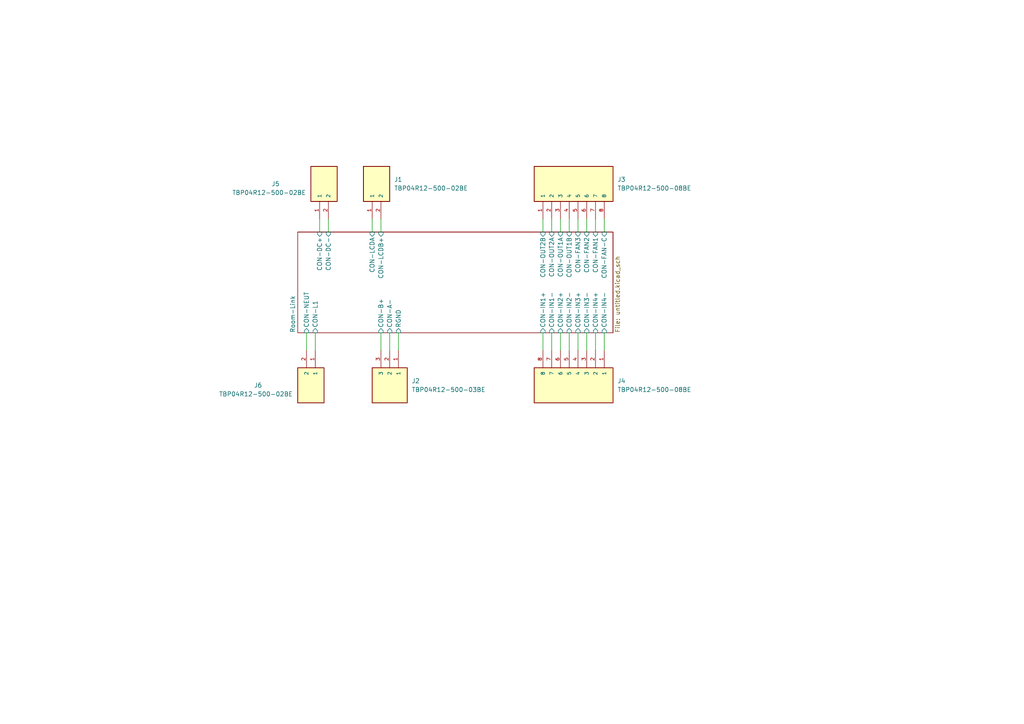
<source format=kicad_sch>
(kicad_sch (version 20230121) (generator eeschema)
  (paper "A4")
  (lib_symbols
    (symbol "TBP04R12-500-02BE:TBP04R12-500-02BE" (pin_names (offset 1.016))
      (property "Reference" "J" (at -5.08 5.08 0))
      (property "Value" "TBP04R12-500-02BE" (at -5.08 -7.62 0))
      (symbol "TBP04R12-500-02BE_0_0"
        (rectangle (start -5.08 -5.08) (end 5.08 2.54) (stroke (width 0.254)) (fill (type background)))
        (pin passive line (at -10.16 0 0) (length 5.08) (name "1") (number "1"))
        (pin passive line (at -10.16 -2.54 0) (length 5.08) (name "2") (number "2"))
      )
    )
    (symbol "TBP04R12-500-03BE:TBP04R12-500-03BE" (pin_names (offset 1.016))
      (property "Reference" "J" (at -5.08 7.62 0))
      (property "Value" "TBP04R12-500-03BE" (at -5.08 -7.62 0))
      (symbol "TBP04R12-500-03BE_0_0"
        (rectangle (start -5.08 -5.08) (end 5.08 5.08) (stroke (width 0.254)) (fill (type background)))
        (pin passive line (at -10.16 2.54 0) (length 5.08) (name "1") (number "1"))
        (pin passive line (at -10.16 0 0) (length 5.08) (name "2") (number "2"))
        (pin passive line (at -10.16 -2.54 0) (length 5.08) (name "3") (number "3"))
      )
    )
    (symbol "TBP04R12-500-08BE:TBP04R12-500-08BE" (pin_names (offset 1.016))
      (property "Reference" "J" (at -5.08 12.7 0))
      (property "Value" "TBP04R12-500-08BE" (at -5.08 -15.24 0))
      (symbol "TBP04R12-500-08BE_0_0"
        (rectangle (start -5.08 -12.7) (end 5.08 10.16) (stroke (width 0.254)) (fill (type background)))
        (pin passive line (at -10.16 7.62 0) (length 5.08) (name "1") (number "1"))
        (pin passive line (at -10.16 5.08 0) (length 5.08) (name "2") (number "2"))
        (pin passive line (at -10.16 2.54 0) (length 5.08) (name "3") (number "3"))
        (pin passive line (at -10.16 0 0) (length 5.08) (name "4") (number "4"))
        (pin passive line (at -10.16 -2.54 0) (length 5.08) (name "5") (number "5"))
        (pin passive line (at -10.16 -5.08 0) (length 5.08) (name "6") (number "6"))
        (pin passive line (at -10.16 -7.62 0) (length 5.08) (name "7") (number "7"))
        (pin passive line (at -10.16 -10.16 0) (length 5.08) (name "8") (number "8"))
      )
    )
  )
  (wire (pts (xy 170.18 63.5) (xy 170.18 67.31)))
  (wire (pts (xy 165.1 63.5) (xy 165.1 67.31)))
  (wire (pts (xy 170.18 96.52) (xy 170.18 101.6)))
  (wire (pts (xy 107.95 63.5) (xy 107.95 67.31)))
  (wire (pts (xy 162.56 96.52) (xy 162.56 101.6)))
  (wire (pts (xy 157.48 96.52) (xy 157.48 101.6)))
  (wire (pts (xy 157.48 63.5) (xy 157.48 67.31)))
  (wire (pts (xy 110.49 96.52) (xy 110.49 101.6)))
  (wire (pts (xy 95.25 63.5) (xy 95.25 67.31)))
  (wire (pts (xy 92.71 63.5) (xy 92.71 67.31)))
  (wire (pts (xy 160.02 63.5) (xy 160.02 67.31)))
  (wire (pts (xy 172.72 63.5) (xy 172.72 67.31)))
  (wire (pts (xy 113.03 96.52) (xy 113.03 101.6)))
  (wire (pts (xy 115.57 96.52) (xy 115.57 101.6)))
  (wire (pts (xy 162.56 63.5) (xy 162.56 67.31)))
  (wire (pts (xy 88.9 96.52) (xy 88.9 101.6)))
  (wire (pts (xy 91.44 96.52) (xy 91.44 101.6)))
  (wire (pts (xy 175.26 63.5) (xy 175.26 67.31)))
  (wire (pts (xy 172.72 96.52) (xy 172.72 101.6)))
  (wire (pts (xy 165.1 96.52) (xy 165.1 101.6)))
  (wire (pts (xy 167.64 96.52) (xy 167.64 101.6)))
  (wire (pts (xy 175.26 96.52) (xy 175.26 101.6)))
  (wire (pts (xy 160.02 96.52) (xy 160.02 101.6)))
  (wire (pts (xy 167.64 63.5) (xy 167.64 67.31)))
  (wire (pts (xy 110.49 63.5) (xy 110.49 67.31)))
  (symbol (lib_id "TBP04R12-500-03BE:TBP04R12-500-03BE") (at 113.03 111.76 270) (unit 1)
    (property "Reference" "J2" (at 119.38 110.49 90) (effects (justify left)))
    (property "Value" "TBP04R12-500-03BE" (at 119.38 113.03 90) (effects (justify left)))
    (property "Footprint" "TBP04R12-500-03BE:CUI_TBP04R12-500-03BE" (effects hide))
    (property "PARTREV" "1.0" (effects hide))
    (property "STANDARD" "Manufacturer Recommendations" (effects hide))
    (property "MAXIMUM_PACKAGE_HEIGHT" "8.50mm" (effects hide))
    (property "MANUFACTURER" "CUI Devices" (effects hide))
  )
  (symbol (lib_id "TBP04R12-500-02BE:TBP04R12-500-02BE") (at 92.71 53.34 90) (unit 1)
    (property "Reference" "J5" (at 78.74 53.34 90) (effects (justify right)))
    (property "Value" "TBP04R12-500-02BE" (at 67.31 55.88 90) (effects (justify right)))
    (property "Footprint" "TBP04R12-500-02BE:CUI_TBP04R12-500-02BE" (effects hide))
    (property "PARTREV" "1.0" (effects hide))
    (property "STANDARD" "Manufacturer Recommendations" (effects hide))
    (property "MAXIMUM_PACKAGE_HEIGHT" "8.50mm" (effects hide))
    (property "MANUFACTURER" "CUI Devices" (effects hide))
  )
  (symbol (lib_id "TBP04R12-500-08BE:TBP04R12-500-08BE") (at 167.64 111.76 270) (unit 1)
    (property "Reference" "J4" (at 179.07 110.49 90) (effects (justify left)))
    (property "Value" "TBP04R12-500-08BE" (at 179.07 113.03 90) (effects (justify left)))
    (property "Footprint" "TBP04R12-500-08BE:CUI_TBP04R12-500-08BE" (effects hide))
    (property "PARTREV" "1.0" (effects hide))
    (property "STANDARD" "Manufacturer Recommendations" (effects hide))
    (property "MAXIMUM_PACKAGE_HEIGHT" "8.50mm" (effects hide))
    (property "MANUFACTURER" "CUI Devices" (effects hide))
  )
  (symbol (lib_id "TBP04R12-500-08BE:TBP04R12-500-08BE") (at 165.1 53.34 90) (unit 1)
    (property "Reference" "J3" (at 179.07 52.07 90) (effects (justify right)))
    (property "Value" "TBP04R12-500-08BE" (at 179.07 54.61 90) (effects (justify right)))
    (property "Footprint" "TBP04R12-500-08BE:CUI_TBP04R12-500-08BE" (effects hide))
    (property "PARTREV" "1.0" (effects hide))
    (property "STANDARD" "Manufacturer Recommendations" (effects hide))
    (property "MAXIMUM_PACKAGE_HEIGHT" "8.50mm" (effects hide))
    (property "MANUFACTURER" "CUI Devices" (effects hide))
  )
  (symbol (lib_id "TBP04R12-500-02BE:TBP04R12-500-02BE") (at 91.44 111.76 270) (unit 1)
    (property "Reference" "J6" (at 73.66 111.76 90) (effects (justify left)))
    (property "Value" "TBP04R12-500-02BE" (at 63.5 114.3 90) (effects (justify left)))
    (property "Footprint" "TBP04R12-500-02BE:CUI_TBP04R12-500-02BE" (effects hide))
    (property "PARTREV" "1.0" (effects hide))
    (property "STANDARD" "Manufacturer Recommendations" (effects hide))
    (property "MAXIMUM_PACKAGE_HEIGHT" "8.50mm" (effects hide))
    (property "MANUFACTURER" "CUI Devices" (effects hide))
  )
  (symbol (lib_id "TBP04R12-500-02BE:TBP04R12-500-02BE") (at 107.95 53.34 90) (unit 1)
    (property "Reference" "J1" (at 114.3 52.07 90) (effects (justify right)))
    (property "Value" "TBP04R12-500-02BE" (at 114.3 54.61 90) (effects (justify right)))
    (property "Footprint" "TBP04R12-500-02BE:CUI_TBP04R12-500-02BE" (effects hide))
    (property "PARTREV" "1.0" (effects hide))
    (property "STANDARD" "Manufacturer Recommendations" (effects hide))
    (property "MAXIMUM_PACKAGE_HEIGHT" "8.50mm" (effects hide))
    (property "MANUFACTURER" "CUI Devices" (effects hide))
  )
  (sheet (at 86.36 67.31) (size 91.44 29.21) (stroke (width 0.1524))
    (property "Sheetname" "Room-Link" (at 85.6484 96.52 90) (effects (justify left bottom)))
    (property "Sheetfile" "untitled.kicad_sch" (at 178.3846 96.52 90) (effects (justify left top)))
    (pin "CON-DC+" input (at 92.71 67.31 90))
    (pin "CON-DC-" input (at 95.25 67.31 90))
    (pin "CON-LCDA" input (at 107.95 67.31 90))
    (pin "CON-LCDB+" input (at 110.49 67.31 90))
    (pin "CON-L1" input (at 91.44 96.52 270))
    (pin "CON-NEUT" input (at 88.9 96.52 270))
    (pin "CON-B+" input (at 110.49 96.52 270))
    (pin "CON-A-" input (at 113.03 96.52 270))
    (pin "RGND" input (at 115.57 96.52 270))
    (pin "CON-IN1+" input (at 157.48 96.52 270))
    (pin "CON-IN1-" input (at 160.02 96.52 270))
    (pin "CON-IN2+" input (at 162.56 96.52 270))
    (pin "CON-IN2-" input (at 165.1 96.52 270))
    (pin "CON-IN3+" input (at 167.64 96.52 270))
    (pin "CON-IN3-" input (at 170.18 96.52 270))
    (pin "CON-IN4+" input (at 172.72 96.52 270))
    (pin "CON-IN4-" input (at 175.26 96.52 270))
    (pin "CON-OUT2A" input (at 160.02 67.31 90))
    (pin "CON-OUT2B" input (at 157.48 67.31 90))
    (pin "CON-OUT1A" input (at 162.56 67.31 90))
    (pin "CON-OUT1B" input (at 165.1 67.31 90))
    (pin "CON-FAN3" input (at 167.64 67.31 90))
    (pin "CON-FAN2" input (at 170.18 67.31 90))
    (pin "CON-FAN1" input (at 172.72 67.31 90))
    (pin "CON-FAN-C" input (at 175.26 67.31 90))
  )
)
</source>
